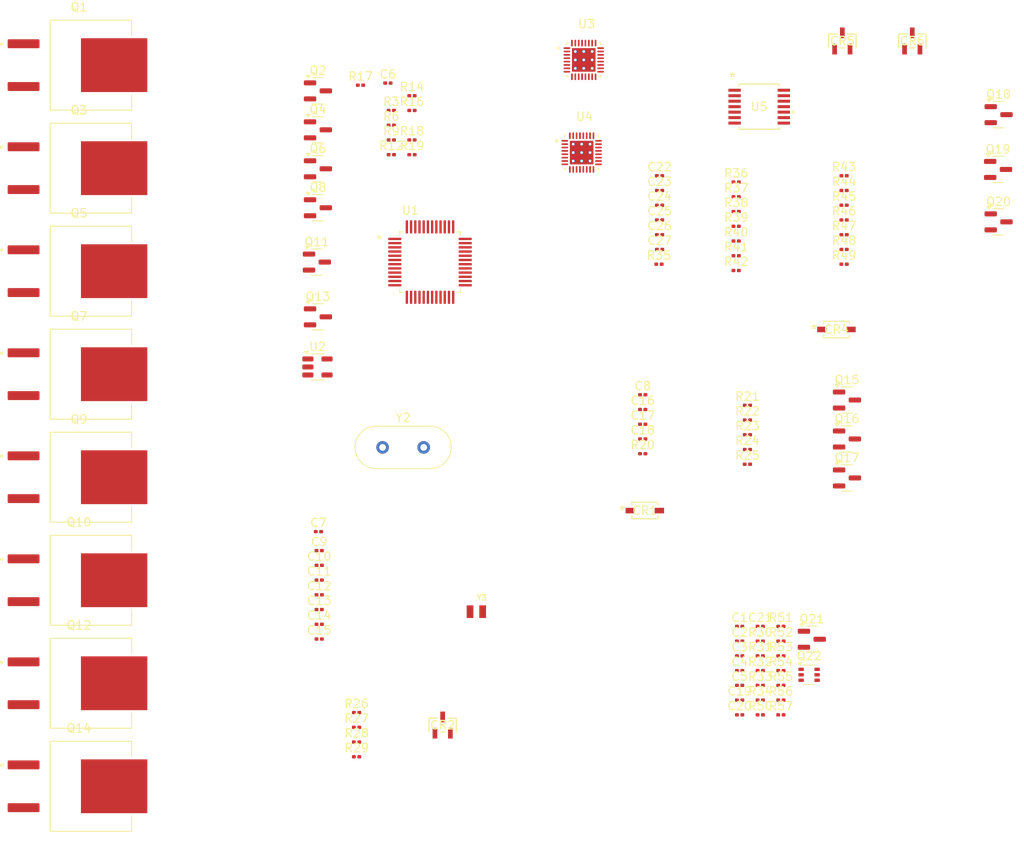
<source format=kicad_pcb>
(kicad_pcb (version 20241229) (generator "pcbnew") (generator_version "9.0")
  (layers (0 "F.Cu" signal) (2 "B.Cu" signal) (13 "F.Paste" user) (15 "B.Paste" user) (5 "F.SilkS" user "F.Silkscreen") (7 "B.SilkS" user "B.Silkscreen") (1 "F.Mask" user) (3 "B.Mask" user) (25 "Edge.Cuts" user))
  (net 0 "")
  (net 1 "Net-(Q2-D)")
  (net 2 "Net-(Q1-Pad4)")
  (net 3 "Net-(Q1-Pad3)")
  (net 4 "Net-(U5-BAT)")
  (net 5 "GND")
  (net 6 "Net-(Q4-D)")
  (net 7 "Net-(Q3-Pad3)")
  (net 8 "Net-(Q3-Pad4)")
  (net 9 "Net-(U5-SRP)")
  (net 10 "Net-(Q5-Pad3)")
  (net 11 "Net-(Q5-Pad4)")
  (net 12 "Net-(Q6-D)")
  (net 13 "Net-(U5-SRN)")
  (net 14 "Net-(Q7-Pad3)")
  (net 15 "Net-(Q7-Pad4)")
  (net 16 "Net-(Q8-D)")
  (net 17 "Net-(Q18-G)")
  (net 18 "Net-(Q10-Pad4)")
  (net 19 "Net-(Q11-D)")
  (net 20 "Net-(Q9-Pad3)")
  (net 22 "Net-(Q11-G)")
  (net 23 "Net-(Q12-Pad4)")
  (net 24 "Net-(Q13-D)")
  (net 25 "Net-(Q12-Pad3)")
  (net 26 "Net-(Q13-G)")
  (net 30 "5V")
  (net 32 "Net-(U2-BP)")
  (net 34 "3.3V")
  (net 41 "Net-(CR5-Pad2)")
  (net 42 "PC14-OSC32_IN")
  (net 43 "PC15-OSC32_OUT")
  (net 44 "PD0-OSC_IN")
  (net 49 "PD1-OSC_OUT")
  (net 52 "Boot1")
  (net 53 "I2C_SDA")
  (net 54 "USART1_TX")
  (net 55 "Net-(CR5-Pad1)")
  (net 56 "Boot0")
  (net 58 "I2C_SCL")
  (net 59 "USART1_RX")
  (net 62 "Reset")
  (net 64 "Net-(CR6-Pad1)")
  (net 65 "PC14-OSC32_OUT")
  (net 69 "Cell Balancer 1")
  (net 72 "PD0-OSC_OUT")
  (net 73 "Net-(J2-Pin_2)")
  (net 74 "Net-(J2-Pin_5)")
  (net 75 "Net-(CR2-Pad1)")
  (net 76 "Net-(BT1-+)")
  (net 77 "Net-(C1-Pad2)")
  (net 78 "REG25")
  (net 79 "Net-(U3-BTST1)")
  (net 80 "Net-(Q16-G)")
  (net 81 "Net-(Q15-D)")
  (net 82 "Net-(Q15-S)")
  (net 83 "Net-(U3-BTST2)")
  (net 84 "Net-(U3-REGN)")
  (net 85 "Net-(U3-ACN)")
  (net 119 "Net-(Q15-G)")
  (net 120 "Net-(U3-ACP)")
  (net 121 "Net-(Q17-D)")
  (net 122 "Net-(Q17-G)")
  (net 123 "Net-(U3-VDDA)")
  (net 124 "Net-(U3-IADPT)")
  (net 125 "Net-(C18-Pad1)")
  (net 126 "Net-(U3-COMP1)")
  (net 127 "Net-(U3-COMP2)")
  (net 128 "Net-(C21-Pad1)")
  (net 129 "Net-(CR2-Pad2)")
  (net 130 "Cell Balancer 2")
  (net 131 "Cell Balancer 3")
  (net 132 "Cell Balancer 4")
  (net 134 "Net-(Q19-G)")
  (net 135 "Net-(Q19-S)")
  (net 136 "Net-(Q19-D)")
  (net 137 "Net-(Q20-D)")
  (net 138 "Net-(Q20-G)")
  (net 139 "Net-(R40-Pad1)")
  (net 140 "Net-(R41-Pad1)")
  (net 141 "Net-(R41-Pad2)")
  (net 142 "Net-(U5-P5{slash}HDQ)")
  (net 143 "Net-(U5-P3{slash}SDA)")
  (net 144 "Net-(U5-P4{slash}SCL)")
  (net 148 "Net-(Q21-D)")
  (net 149 "Net-(Q21-G)")
  (net 153 "Net-(U3-IBAT)")
  (net 154 "/Charge Control/regen")
  (net 155 "Net-(U3-ILIM_HIZ)")
  (net 156 "Net-(U3-CELL_BATPRESZ)")
  (net 157 "VDDA")
  (net 158 "VBUS")
  (net 159 "3.3V or 1.8V")
  (net 160 "Net-(U3-CMPIN)")
  (net 161 "Net-(R34-Pad2)")
  (net 162 "Net-(U3-SDA)")
  (net 163 "Net-(U3-SCL)")
  (net 164 "Net-(U3-CHRG_OK)")
  (net 165 "Net-(U3-CMPOUT)")
  (net 166 "Net-(U3-PSYS)")
  (net 167 "Net-(U3-~{PROCHOT})")
  (net 168 "Host (3.3V or 1.8V)")
  (net 169 "Net-(U3-SRN)")
  (net 170 "Net-(U3-SRP)")
  (net 173 "P2")
  (net 174 "Net-(U5-P6{slash}TS)")
  (net 175 "P1")
  (footprint "Resistor_SMD:R_0201_0603Metric" (layer "F.Cu") (at 114.905 31.75)
    (property "Reference" "R6" (at 0 -1.05 0) (layer "F.SilkS"))
    (property "Value" "R_Small")
    (pad "1" smd roundrect (at -0.32 0) (size 0.46 0.4) (layers "F.Cu" "F.Mask") (net 5 "GND"))
    (pad "2" smd roundrect (at 0.32 0) (size 0.46 0.4) (layers "F.Cu" "F.Mask") (net 130 "Cell Balancer 2"))
  )
  (footprint "Capacitor_SMD:C_0201_0603Metric" (layer "F.Cu") (at 146.75 39.5)
    (property "Reference" "C23" (at 0 -1.05 0) (layer "F.SilkS"))
    (property "Value" "1uF")
    (pad "1" smd roundrect (at -0.32 0) (size 0.46 0.4) (layers "F.Cu" "F.Mask") (net 4 "Net-(U5-BAT)"))
    (pad "2" smd roundrect (at 0.32 0) (size 0.46 0.4) (layers "F.Cu" "F.Mask") (net 5 "GND"))
  )
  (footprint "Resistor_SMD:R_0201_0603Metric" (layer "F.Cu") (at 156.255 101.75)
    (property "Reference" "C20" (at 0 -1.05 0) (layer "F.SilkS"))
    (property "Value" "15p")
    (pad "1" smd roundrect (at -0.32 0) (size 0.46 0.4) (layers "F.Cu" "F.Mask") (net 127 "Net-(U3-COMP2)"))
    (pad "2" smd roundrect (at 0.32 0) (size 0.46 0.4) (layers "F.Cu" "F.Mask") (net 5 "GND"))
  )
  (footprint "Resistor_SMD:R_0201_0603Metric" (layer "F.Cu") (at 158.705 93)
    (property "Reference" "R30" (at 0 -1.05 0) (layer "F.SilkS"))
    (property "Value" "40.2k")
    (pad "1" smd roundrect (at -0.32 0) (size 0.46 0.4) (layers "F.Cu" "F.Mask") (net 126 "Net-(U3-COMP1)"))
    (pad "2" smd roundrect (at 0.32 0) (size 0.46 0.4) (layers "F.Cu" "F.Mask") (net 125 "Net-(C18-Pad1)"))
  )
  (footprint "Resistor_SMD:R_0201_0603Metric" (layer "F.Cu") (at 161.155 93)
    (property "Reference" "R52" (at 0 -1.05 0) (layer "F.SilkS"))
    (property "Value" "10k")
    (pad "1" smd roundrect (at -0.32 0) (size 0.46 0.4) (layers "F.Cu" "F.Mask") (net 165 "Net-(U3-CMPOUT)"))
    (pad "2" smd roundrect (at 0.32 0) (size 0.46 0.4) (layers "F.Cu" "F.Mask") (net 161 "Net-(R34-Pad2)"))
  )
  (footprint "Package_TO_SOT_SMD:SOT-23" (layer "F.Cu") (at 186.9375 37)
    (property "Reference" "Q19" (at 0 -2.4 0) (layer "F.SilkS"))
    (property "Value" "BSS84")
    (pad "1" smd roundrect (at -0.9375 -0.95) (size 1.475 0.6) (layers "F.Cu" "F.Mask" "F.Paste") (net 134 "Net-(Q19-G)"))
    (pad "2" smd roundrect (at -0.9375 0.95) (size 1.475 0.6) (layers "F.Cu" "F.Mask" "F.Paste") (net 135 "Net-(Q19-S)"))
    (pad "3" smd roundrect (at 0.9375 0) (size 1.475 0.6) (layers "F.Cu" "F.Mask" "F.Paste") (net 136 "Net-(Q19-D)"))
  )
  (footprint "Resistor_SMD:R_0201_0603Metric" (layer "F.Cu") (at 157.18 72)
    (property "Reference" "R25" (at 0 -1.05 0) (layer "F.SilkS"))
    (property "Value" "R")
    (pad "1" smd roundrect (at -0.32 0) (size 0.46 0.4) (layers "F.Cu" "F.Mask") (net 156 "Net-(U3-CELL_BATPRESZ)"))
    (pad "2" smd roundrect (at 0.32 0) (size 0.46 0.4) (layers "F.Cu" "F.Mask") (net 5 "GND"))
  )
  (footprint "Package_TO_SOT_SMD:SOT-23" (layer "F.Cu") (at 169 69)
    (property "Reference" "Q16" (at 0 -2.4 0) (layer "F.SilkS"))
    (property "Value" "2N7002")
    (pad "1" smd roundrect (at -0.9375 -0.95) (size 1.475 0.6) (layers "F.Cu" "F.Mask" "F.Paste") (net 80 "Net-(Q16-G)"))
    (pad "2" smd roundrect (at -0.9375 0.95) (size 1.475 0.6) (layers "F.Cu" "F.Mask" "F.Paste") (net 5 "GND"))
    (pad "3" smd roundrect (at 0.9375 0) (size 1.475 0.6) (layers "F.Cu" "F.Mask" "F.Paste") (net 81 "Net-(Q15-D)"))
  )
  (footprint "Capacitor_SMD:C_0201_0603Metric" (layer "F.Cu") (at 106.345 85.75)
    (property "Reference" "C11" (at 0 -1.05 0) (layer "F.SilkS"))
    (property "Value" "0.1uF")
    (pad "1" smd roundrect (at -0.32 0) (size 0.46 0.4) (layers "F.Cu" "F.Mask") (net 34 "3.3V"))
    (pad "2" smd roundrect (at 0.32 0) (size 0.46 0.4) (layers "F.Cu" "F.Mask") (net 5 "GND"))
  )
  (footprint "Resistor_SMD:R_0201_0603Metric" (layer "F.Cu") (at 168.655 44.75)
    (property "Reference" "R47" (at 0 -1.05 0) (layer "F.SilkS"))
    (property "Value" "R_Small")
    (pad "1" smd roundrect (at -0.32 0) (size 0.46 0.4) (layers "F.Cu" "F.Mask") (net 41 "Net-(CR5-Pad2)"))
    (pad "2" smd roundrect (at 0.32 0) (size 0.46 0.4) (layers "F.Cu" "F.Mask"))
  )
  (footprint "Resistor_SMD:R_0201_0603Metric" (layer "F.Cu") (at 161.155 101.75)
    (property "Reference" "R57" (at 0 -1.05 0) (layer "F.SilkS"))
    (property "Value" "R")
    (pad "1" smd roundrect (at -0.32 0) (size 0.46 0.4) (layers "F.Cu" "F.Mask") (net 76 "Net-(BT1-+)"))
    (pad "2" smd roundrect (at 0.32 0) (size 0.46 0.4) (layers "F.Cu" "F.Mask") (net 170 "Net-(U3-SRP)"))
  )
  (footprint "Resistor_SMD:R_0201_0603Metric" (layer "F.Cu") (at 155.845 47.25)
    (property "Reference" "R41" (at 0 -1.05 0) (layer "F.SilkS"))
    (property "Value" "R_Small")
    (pad "1" smd roundrect (at -0.32 0) (size 0.46 0.4) (layers "F.Cu" "F.Mask") (net 140 "Net-(R41-Pad1)"))
    (pad "2" smd roundrect (at 0.32 0) (size 0.46 0.4) (layers "F.Cu" "F.Mask") (net 141 "Net-(R41-Pad2)"))
  )
  (footprint "Package_TO_SOT_SMD:SOT-23" (layer "F.Cu") (at 187 43.225)
    (property "Reference" "Q20" (at 0 -2.4 0) (layer "F.SilkS"))
    (property "Value" "2N7002")
    (pad "1" smd roundrect (at -0.9375 -0.95) (size 1.475 0.6) (layers "F.Cu" "F.Mask" "F.Paste") (net 138 "Net-(Q20-G)"))
    (pad "2" smd roundrect (at -0.9375 0.95) (size 1.475 0.6) (layers "F.Cu" "F.Mask" "F.Paste") (net 5 "GND"))
    (pad "3" smd roundrect (at 0.9375 0) (size 1.475 0.6) (layers "F.Cu" "F.Mask" "F.Paste") (net 137 "Net-(Q20-D)"))
  )
  (footprint "Package_TO_SOT_SMD:SOT-363_SC-70-6" (layer "F.Cu") (at 164.505 96.995)
    (property "Reference" "Q22" (at 0 -2.25 0) (layer "F.SilkS"))
    (property "Value" "BSD235C")
    (pad "1" smd roundrect (at -0.95 -0.65) (size 0.65 0.4) (layers "F.Cu" "F.Mask" "F.Paste"))
    (pad "2" smd roundrect (at -0.95 0) (size 0.65 0.4) (layers "F.Cu" "F.Mask" "F.Paste"))
    (pad "3" smd roundrect (at -0.95 0.65) (size 0.65 0.4) (layers "F.Cu" "F.Mask" "F.Paste"))
    (pad "4" smd roundrect (at 0.95 0.65) (size 0.65 0.4) (layers "F.Cu" "F.Mask" "F.Paste"))
    (pad "5" smd roundrect (at 0.95 0) (size 0.65 0.4) (layers "F.Cu" "F.Mask" "F.Paste"))
    (pad "6" smd roundrect (at 0.95 -0.65) (size 0.65 0.4) (layers "F.Cu" "F.Mask" "F.Paste"))
  )
  (footprint "Package_TO_SOT_SMD:SOT-23" (layer "F.Cu") (at 106.195 27.675)
    (property "Reference" "Q2" (at 0 -2.4 0) (layer "F.SilkS"))
    (property "Value" "2N7002")
    (pad "1" smd roundrect (at -0.9375 -0.95) (size 1.475 0.6) (layers "F.Cu" "F.Mask" "F.Paste") (net 69 "Cell Balancer 1"))
    (pad "2" smd roundrect (at -0.9375 0.95) (size 1.475 0.6) (layers "F.Cu" "F.Mask" "F.Paste") (net 5 "GND"))
    (pad "3" smd roundrect (at 0.9375 0) (size 1.475 0.6) (layers "F.Cu" "F.Mask" "F.Paste") (net 1 "Net-(Q2-D)"))
  )
  (footprint "Resistor_SMD:R_0201_0603Metric" (layer "F.Cu") (at 168.655 48.25)
    (property "Reference" "R49" (at 0 -1.05 0) (layer "F.SilkS"))
    (property "Value" "R_Small")
    (pad "1" smd roundrect (at -0.32 0) (size 0.46 0.4) (layers "F.Cu" "F.Mask") (net 64 "Net-(CR6-Pad1)"))
    (pad "2" smd roundrect (at 0.32 0) (size 0.46 0.4) (layers "F.Cu" "F.Mask"))
  )
  (footprint "AZ23C5V6-7-F:DIODE3_AZ23C5V6-7-F_DIO" (layer "F.Cu") (at 121 102.9652)
    (property "Reference" "CR2" (at 0 0 0) (layer "F.SilkS"))
    (property "Value" "AZ23C5V6-7-F")
    (pad "1" smd rect (at -0.914999 0.9652) (size 0.5588 1.27) (layers "F.Cu" "F.Mask" "F.Paste") (net 75 "Net-(CR2-Pad1)"))
    (pad "2" smd rect (at 0.914999 0.9652) (size 0.5588 1.27) (layers "F.Cu" "F.Mask" "F.Paste") (net 129 "Net-(CR2-Pad2)"))
    (pad "3" smd rect (at 0 -0.9652) (size 0.5588 1.27) (layers "F.Cu" "F.Mask" "F.Paste") (net 5 "GND"))
  )
  (footprint "IRF9540NSTRLPBF:DPAK254P1524X483-4_3N" (layer "F.Cu") (at 77.65 49.08)
    (property "Reference" "Q5" (at 0.175 -6.885 0) (layer "F.SilkS"))
    (property "Value" "IRF9540NSTRLPBF")
    (pad "1" smd roundrect (at -6.4 -2.54) (size 3.78 1.06) (layers "F.Cu" "F.Mask" "F.Paste") (roundrect_rratio 0.125) (net 12 "Net-(Q6-D)"))
    (pad "3" smd roundrect (at -6.4 2.54) (size 3.78 1.06) (layers "F.Cu" "F.Mask" "F.Paste") (roundrect_rratio 0.125) (net 10 "Net-(Q5-Pad3)"))
    (pad "4" smd rect (at 4.35 0) (size 7.88 6.39) (layers "F.Cu" "F.Mask") (net 11 "Net-(Q5-Pad4)"))
  )
  (footprint "Package_TO_SOT_SMD:SOT-23" (layer "F.Cu") (at 106.195 41.55)
    (property "Reference" "Q8" (at 0 -2.4 0) (layer "F.SilkS"))
    (property "Value" "2N7002")
    (pad "1" smd roundrect (at -0.9375 -0.95) (size 1.475 0.6) (layers "F.Cu" "F.Mask" "F.Paste") (net 132 "Cell Balancer 4"))
    (pad "2" smd roundrect (at -0.9375 0.95) (size 1.475 0.6) (layers "F.Cu" "F.Mask" "F.Paste") (net 5 "GND"))
    (pad "3" smd roundrect (at 0.9375 0) (size 1.475 0.6) (layers "F.Cu" "F.Mask" "F.Paste") (net 16 "Net-(Q8-D)"))
  )
  (footprint "AZ23C5V6-7-F:DIODE3_AZ23C5V6-7-F_DIO" (layer "F.Cu") (at 168.448799 21.75)
    (property "Reference" "CR5" (at 0 0 0) (layer "F.SilkS"))
    (property "Value" "AZ23C5V6-7-F")
    (pad "1" smd rect (at -0.914999 0.9652) (size 0.5588 1.27) (layers "F.Cu" "F.Mask" "F.Paste") (net 55 "Net-(CR5-Pad1)"))
    (pad "2" smd rect (at 0.914999 0.9652) (size 0.5588 1.27) (layers "F.Cu" "F.Mask" "F.Paste") (net 41 "Net-(CR5-Pad2)"))
    (pad "3" smd rect (at 0 -0.9652) (size 0.5588 1.27) (layers "F.Cu" "F.Mask" "F.Paste") (net 5 "GND"))
  )
  (footprint "Resistor_SMD:R_0201_0603Metric" (layer "F.Cu") (at 155.845 38.5)
    (property "Reference" "R36" (at 0 -1.05 0) (layer "F.SilkS"))
    (property "Value" "R_Small")
    (pad "1" smd roundrect (at -0.32 0) (size 0.46 0.4) (layers "F.Cu" "F.Mask") (net 134 "Net-(Q19-G)"))
    (pad "2" smd roundrect (at 0.32 0) (size 0.46 0.4) (layers "F.Cu" "F.Mask") (net 135 "Net-(Q19-S)"))
  )
  (footprint "BZT52C5V6T:ZDO_SOD123_DIO" (layer "F.Cu") (at 167.75 56)
    (property "Reference" "CR4" (at 0 0 0) (layer "F.SilkS"))
    (property "Value" "BZT52C5V6T-7")
    (fp_text user "*" (at -2.667 0 0) (layer "F.SilkS"))
    (fp_text user "*" (at -2.667 0 0) (layer "F.SilkS"))
    (pad "1" smd rect (at -1.7272 0) (size 1.1176 0.6604) (layers "F.Cu" "F.Mask" "F.Paste") (net 17 "Net-(Q18-G)"))
    (pad "2" smd rect (at 1.7272 0) (size 1.1176 0.6604) (layers "F.Cu" "F.Mask" "F.Paste") (net 5 "GND"))
  )
  (footprint "Resistor_SMD:R_0201_0603Metric" (layer "F.Cu") (at 168.655 37.75)
    (property "Reference" "R43" (at 0 -1.05 0) (layer "F.SilkS"))
    (property "Value" "R_Small")
    (pad "1" smd roundrect (at -0.32 0) (size 0.46 0.4) (layers "F.Cu" "F.Mask") (net 13 "Net-(U5-SRN)"))
    (pad "2" smd roundrect (at 0.32 0) (size 0.46 0.4) (layers "F.Cu" "F.Mask") (net 141 "Net-(R41-Pad2)"))
  )
  (footprint "Resistor_SMD:R_0201_0603Metric" (layer "F.Cu") (at 156.255 100)
    (property "Reference" "C19" (at 0 -1.05 0) (layer "F.SilkS"))
    (property "Value" "33p")
    (pad "1" smd roundrect (at -0.32 0) (size 0.46 0.4) (layers "F.Cu" "F.Mask") (net 126 "Net-(U3-COMP1)"))
    (pad "2" smd roundrect (at 0.32 0) (size 0.46 0.4) (layers "F.Cu" "F.Mask") (net 5 "GND"))
  )
  (footprint "Capacitor_SMD:C_0201_0603Metric" (layer "F.Cu") (at 146.75 44.75)
    (property "Reference" "C26" (at 0 -1.05 0) (layer "F.SilkS"))
    (property "Value" "0.1uF")
    (pad "1" smd roundrect (at -0.32 0) (size 0.46 0.4) (layers "F.Cu" "F.Mask") (net 5 "GND"))
    (pad "2" smd roundrect (at 0.32 0) (size 0.46 0.4) (layers "F.Cu" "F.Mask") (net 13 "Net-(U5-SRN)"))
  )
  (footprint "Capacitor_SMD:C_0201_0603Metric" (layer "F.Cu") (at 106.345 91)
    (property "Reference" "C14" (at 0 -1.05 0) (layer "F.SilkS"))
    (property "Value" "20pF")
    (pad "1" smd roundrect (at -0.32 0) (size 0.46 0.4) (layers "F.Cu" "F.Mask") (net 44 "PD0-OSC_IN"))
    (pad "2" smd roundrect (at 0.32 0) (size 0.46 0.4) (layers "F.Cu" "F.Mask") (net 5 "GND"))
  )
  (footprint "Capacitor_SMD:C_0201_0603Metric" (layer "F.Cu") (at 146.75 41.25)
    (property "Reference" "C24" (at 0 -1.05 0) (layer "F.SilkS"))
    (property "Value" "1uF")
    (pad "1" smd roundrect (at -0.32 0) (size 0.46 0.4) (layers "F.Cu" "F.Mask") (net 78 "REG25"))
    (pad "2" smd roundrect (at 0.32 0) (size 0.46 0.4) (layers "F.Cu" "F.Mask") (net 5 "GND"))
  )
  (footprint "Resistor_SMD:R_0201_0603Metric" (layer "F.Cu") (at 114.905 30)
    (property "Reference" "R3" (at 0 -1.05 0) (layer "F.SilkS"))
    (property "Value" "R_Small")
    (pad "1" smd roundrect (at -0.32 0) (size 0.46 0.4) (layers "F.Cu" "F.Mask") (net 5 "GND"))
    (pad "2" smd roundrect (at 0.32 0) (size 0.46 0.4) (layers "F.Cu" "F.Mask") (net 69 "Cell Balancer 1"))
  )
  (footprint "Resistor_SMD:R_0201_0603Metric" (layer "F.Cu") (at 144.75 70.75)
    (property "Reference" "R20" (at 0 -1.05 0) (layer "F.SilkS"))
    (property "Value" "R")
    (pad "1" smd roundrect (at -0.32 0) (size 0.46 0.4) (layers "F.Cu" "F.Mask") (net 153 "Net-(U3-IBAT)"))
    (pad "2" smd roundrect (at 0.32 0) (size 0.46 0.4) (layers "F.Cu" "F.Mask") (net 5 "GND"))
  )
  (footprint "Resistor_SMD:R_0201_0603Metric" (layer "F.Cu") (at 168.655 41.25)
    (property "Reference" "R45" (at 0 -1.05 0) (layer "F.SilkS"))
    (property "Value" "R_Small")
    (pad "1" smd roundrect (at -0.32 0) (size 0.46 0.4) (layers "F.Cu" "F.Mask") (net 143 "Net-(U5-P3{slash}SDA)"))
    (pad "2" smd roundrect (at 0.32 0) (size 0.46 0.4) (layers "F.Cu" "F.Mask") (net 41 "Net-(CR5-Pad2)"))
  )
  (footprint "Resistor_SMD:R_0201_0603Metric" (layer "F.Cu") (at 158.705 98.25)
    (property "Reference" "R33" (at 0 -1.05 0) (layer "F.SilkS"))
    (property "Value" "1k")
    (pad "1" smd roundrect (at -0.32 0) (size 0.46 0.4) (layers "F.Cu" "F.Mask") (net 5 "GND"))
    (pad "2" smd roundrect (at 0.32 0) (size 0.46 0.4) (layers "F.Cu" "F.Mask") (net 160 "Net-(U3-CMPIN)"))
  )
  (footprint "Capacitor_SMD:C_0201_0603Metric" (layer "F.Cu") (at 146.75 37.75)
    (property "Reference" "C22" (at 0 -1.05 0) (layer "F.SilkS"))
    (property "Value" "1uF")
    (pad "1" smd roundrect (at -0.32 0) (size 0.46 0.4) (layers "F.Cu" "F.Mask") (net 78 "REG25"))
    (pad "2" smd roundrect (at 0.32 0) (size 0.46 0.4) (layers "F.Cu" "F.Mask") (net 5 "GND"))
  )
  (footprint "Package_TO_SOT_SMD:SOT-23" (layer "F.Cu") (at 106.195 54.5)
    (property "Reference" "Q13" (at 0 -2.4 0) (layer "F.SilkS"))
    (property "Value" "2N7002")
    (pad "1" smd roundrect (at -0.9375 -0.95) (size 1.475 0.6) (layers "F.Cu" "F.Mask" "F.Paste") (net 26 "Net-(Q13-G)"))
    (pad "2" smd roundrect (at -0.9375 0.95) (size 1.475 0.6) (layers "F.Cu" "F.Mask" "F.Paste") (net 5 "GND"))
    (pad "3" smd roundrect (at 0.9375 0) (size 1.475 0.6) (layers "F.Cu" "F.Mask" "F.Paste") (net 24 "Net-(Q13-D)"))
  )
  (footprint "Resistor_SMD:R_0201_0603Metric" (layer "F.Cu") (at 110.781201 103.2294)
    (property "Reference" "R27" (at 0 -1.05 0) (layer "F.SilkS"))
    (property "Value" "R")
    (pad "1" smd roundrect (at -0.32 0) (size 0.46 0.4) (layers "F.Cu" "F.Mask") (net 158 "VBUS"))
    (pad "2" smd roundrect (at 0.32 0) (size 0.46 0.4) (layers "F.Cu" "F.Mask") (net 82 "Net-(Q15-S)"))
  )
  (footprint "Resistor_SMD:R_0201_0603Metric" (layer "F.Cu") (at 168.655 43)
    (property "Reference" "R46" (at 0 -1.05 0) (layer "F.SilkS"))
    (property "Value" "R_Small")
    (pad "1" smd roundrect (at -0.32 0) (size 0.46 0.4) (layers "F.Cu" "F.Mask") (net 55 "Net-(CR5-Pad1)"))
    (pad "2" smd roundrect (at 0.32 0) (size 0.46 0.4) (layers "F.Cu" "F.Mask") (net 144 "Net-(U5-P4{slash}SCL)"))
  )
  (footprint "Resistor_SMD:R_0201_0603Metric" (layer "F.Cu") (at 161.155 98.25)
    (property "Reference" "R55" (at 0 -1.05 0) (layer "F.SilkS"))
    (property "Value" "R")
    (pad "1" smd roundrect (at -0.32 0) (size 0.46 0.4) (layers "F.Cu" "F.Mask") (net 77 "Net-(C1-Pad2)"))
    (pad "2" smd roundrect (at 0.32 0) (size 0.46 0.4) (layers "F.Cu" "F.Mask") (net 169 "Net-(U3-SRN)"))
  )
  (footprint "Package_TO_SOT_SMD:SOT-23" (layer "F.Cu") (at 169 73.625)
    (property "Reference" "Q17" (at 0 -2.4 0) (layer "F.SilkS"))
    (property "Value" "2N7002")
    (pad "1" smd roundrect (at -0.9375 -0.95) (size 1.475 0.6) (layers "F.Cu" "F.Mask" "F.Paste") (net 122 "Net-(Q17-G)"))
    (pad "2" smd roundrect (at -0.9375 0.95) (size 1.475 0.6) (layers "F.Cu" "F.Mask" "F.Paste") (net 5 "GND"))
    (pad "3" smd roundrect (at 0.9375 0) (size 1.475 0.6) (layers "F.Cu" "F.Mask" "F.Paste") (net 121 "Net-(Q17-D)"))
  )
  (footprint "Capacitor_SMD:C_0201_0603Metric" (layer "F.Cu") (at 106.345 92.75)
    (property "Reference" "C15" (at 0 -1.05 0) (layer "F.SilkS"))
    (property "Value" "20pF")
    (pad "1" smd roundrect (at -0.32 0) (size 0.46 0.4) (layers "F.Cu" "F.Mask") (net 49 "PD1-OSC_OUT"))
    (pad "2" smd roundrect (at 0.32 0) (size 0.46 0.4) (layers "F.Cu" "F.Mask") (net 5 "GND"))
  )
  (footprint "Resistor_SMD:R_0201_0603Metric" (layer "F.Cu") (at 157.18 66.75)
    (property "Reference" "R22" (at 0 -1.05 0) (layer "F.SilkS"))
    (property "Value" "R")
    (pad "1" smd roundrect (at -0.32 0) (size 0.46 0.4) (layers "F.Cu" "F.Mask") (net 124 "Net-(U3-IADPT)"))
    (pad "2" smd roundrect (at 0.32 0) (size 0.46 0.4) (layers "F.Cu" "F.Mask") (net 5 "GND"))
  )
  (footprint "Capacitor_SMD:C_0201_0603Metric" (layer "F.Cu") (at 106.345 84)
    (property "Reference" "C10" (at 0 -1.05 0) (layer "F.SilkS"))
    (property "Value" "10uF")
    (pad "1" smd roundrect (at -0.32 0) (size 0.46 0.4) (layers "F.Cu" "F.Mask") (net 34 "3.3V"))
    (pad "2" smd roundrect (at 0.32 0) (size 0.46 0.4) (layers "F.Cu" "F.Mask") (net 5 "GND"))
  )
  (footprint "Package_TO_SOT_SMD:SOT-23" (layer "F.Cu") (at 187 30.5)
    (property "Reference" "Q18" (at 0 -2.4 0) (layer "F.SilkS"))
    (property "Value" "2N7002")
    (pad "1" smd roundrect (at -0.9375 -0.95) (size 1.475 0.6) (layers "F.Cu" "F.Mask" "F.Paste") (net 17 "Net-(Q18-G)"))
    (pad "2" smd roundrect (at -0.9375 0.95) (size 1.475 0.6) (layers "F.Cu" "F.Mask" "F.Paste") (net 78 "REG25"))
    (pad "3" smd roundrect (at 0.9375 0) (size 1.475 0.6) (layers "F.Cu" "F.Mask" "F.Paste"))
  )
  (footprint "Resistor_SMD:R_0201_0603Metric" (layer "F.Cu") (at 110.781201 104.9794)
    (property "Reference" "R28" (at 0 -1.05 0) (layer "F.SilkS"))
    (property "Value" "380k")
    (pad "1" smd roundrect (at -0.32 0) (size 0.46 0.4) (layers "F.Cu" "F.Mask") (net 155 "Net-(U3-ILIM_HIZ)"))
    (pad "2" smd roundrect (at 0.32 0) (size 0.46 0.4) (layers "F.Cu" "F.Mask") (net 123 "Net-(U3-VDDA)"))
  )
  (footprint "Resistor_SMD:R_0201_0603Metric" (layer "F.Cu") (at 144.75 63.75)
    (property "Reference" "C8" (at 0 -1.05 0) (layer "F.SilkS"))
    (property "Value" "C")
    (pad "1" smd roundrect (at -0.32 0) (size 0.46 0.4) (layers "F.Cu" "F.Mask") (net 5 "GND"))
    (pad "2" smd roundrect (at 0.32 0) (size 0.46 0.4) (layers "F.Cu" "F.Mask") (net 85 "Net-(U3-ACN)"))
  )
  (footprint "Resistor_SMD:R_0201_0603Metric" (layer "F.Cu") (at 168.655 39.5)
    (property "Reference" "R44" (at 0 -1.05 0) (layer "F.SilkS"))
    (property "Value" "R_Small")
    (pad "1" smd roundrect (at -0.32 0) (size 0.46 0.4) (layers "F.Cu" "F.Mask") (net 142 "Net-(U5-P5{slash}HDQ)"))
    (pad "2" smd roundrect (at 0.32 0) (size 0.46 0.4) (layers "F.Cu" "F.Mask") (net 64 "Net-(CR6-Pad1)"))
  )
  (footprint "CM8V-T1A-32.768KHZ:XTAL_CM8V-T1A-32.768KHZ-12.5PF-20PPM-TA-QA" (layer "F.Cu") (at 125 89.5)
    (property "Reference" "Y3" (at 0.632 -1.6564 0) (layer "F.SilkS") (effects (font (size 0.64 0.64))))
    (property "Value" "CM8V-T1A-32.768KHZ-12.5PF-20PPM-TA-QA")
    (pad "1" smd rect (at -0.75 0) (size 0.8 1.5) (layers "F.Cu" "F.Mask" "F.Paste") (net 43 "PC15-OSC32_OUT"))
    (pad "2" smd rect (at 0.75 0) (size 0.8 1.5) (layers "F.Cu" "F.Mask" "F.Paste") (net 42 "PC14-OSC32_IN"))
  )
  (footprint "Capacitor_SMD:C_0201_0603Metric" (layer "F.Cu") (at 144.75 65.5)
    (property "Reference" "C16" (at 0 -1.05 0) (layer "F.SilkS"))
    (property "Value" "C")
    (pad "1" smd roundrect (at -0.32 0) (size 0.46 0.4) (layers "F.Cu" "F.Mask") (net 123 "Net-(U3-VDDA)"))
    (pad "2" smd roundrect (at 0.32 0) (size 0.46 0.4) (layers "F.Cu" "F.Mask") (net 5 "GND"))
  )
  (footprint "Package_TO_SOT_SMD:SOT-23" (layer "F.Cu") (at 106.195 32.3)
    (property "Reference" "Q4" (at 0 -2.4 0) (layer "F.SilkS"))
    (property "Value" "2N7002")
    (pad "1" smd roundrect (at -0.9375 -0.95) (size 1.475 0.6) (layers "F.Cu" "F.Mask" "F.Paste") (net 130 "Cell Balancer 2"))
    (pad "2" smd roundrect (at -0.9375 0.95) (size 1.475 0.6) (layers "F.Cu" "F.Mask" "F.Paste") (net 5 "GND"))
    (pad "3" smd roundrect (at 0.9375 0) (size 1.475 0.6) (layers "F.Cu" "F.Mask" "F.Paste") (net 6 "Net-(Q4-D)"))
  )
  (footprint "Resistor_SMD:R_0201_0603Metric" (layer "F.Cu") (at 157.18 65)
    (property "Reference" "R21" (at 0 -1.05 0) (layer "F.SilkS"))
    (property "Value" "10")
    (pad "1" smd roundrect (at -0.32 0) (size 0.46 0.4) (layers "F.Cu" "F.Mask") (net 154 "/Charge Control/regen"))
    (pad "2" smd roundrect (at 0.32 0) (size 0.46 0.4) (layers "F.Cu" "F.Mask") (net 123 "Net-(U3-VDDA)"))
  )
  (footprint "Capacitor_SMD:C_0201_0603Metric" (layer "F.Cu") (at 106.345 89.25)
    (property "Reference" "C13" (at 0 -1.05 0) (layer "F.SilkS"))
    (property "Value" "20pF")
    (pad "1" smd roundrect (at -0.32 0) (size 0.46 0.4) (layers "F.Cu" "F.Mask") (net 5 "GND"))
    (pad "2" smd roundrect (at 0.32 0) (size 0.46 0.4) (layers "F.Cu" "F.Mask") (net 43 "PC15-OSC32_OUT"))
  )
  (footprint "Resistor_SMD:R_0201_0603Metric" (layer "F.Cu") (at 157.18 70.25)
    (property "Reference" "R24" (at 0 -1.05 0) (layer "F.SilkS"))
    (property "Value" "R")
    (pad "1" smd roundrect (at -0.32 0) (size 0.46 0.4) (layers "F.Cu" "F.Mask") (net 157 "VDDA"))
    (pad "2" smd roundrect (at 0.32 0) (size 0.46 0.4) (layers "F.Cu" "F.Mask") (net 156 "Net-(U3-CELL_BATPRESZ)"))
  )
  (footprint "BQ25730RSNR:IC_BQ25730RSNR" (layer "F.Cu") (at 137.75 24)
    (property "Reference" "U3" (at 0.34 -4.27 0) (layer "F.SilkS"))
    (property "Value" "BQ25730RSNR")
    (pad "1" smd oval (at -2 -1.4) (size 0.8 0.2) (layers "F.Cu" "F.Mask" "F.Paste") (net 158 "VBUS"))
    (pad "2" smd oval (at -2 -1) (size 0.8 0.2) (layers "F.Cu" "F.Mask" "F.Paste") (net 85 "Net-(U3-ACN)"))
    (pad "3" smd oval (at -2 -0.6) (size 0.8 0.2) (layers "F.Cu" "F.Mask" "F.Paste") (net 120 "Net-(U3-ACP)"))
    (pad "4" smd oval (at -2 -0.2) (size 0.8 0.2) (layers "F.Cu" "F.Mask" "F.Paste") (net 164 "Net-(U3-CHRG_OK)"))
    (pad "5" smd oval (at -2 0.2) (size 0.8 0.2) (layers "F.Cu" "F.Mask" "F.Paste"))
    (pad "6" smd oval (at -2 0.6) (size 0.8 0.2) (layers "F.Cu" "F.Mask" "F.Paste") (net 155 "Net-(U3-ILIM_HIZ)"))
    (pad "7" smd oval (at -2 1) (size 0.8 0.2) (layers "F.Cu" "F.Mask" "F.Paste") (net 123 "Net-(U3-VDDA)"))
    (pad "8" smd oval (at -2 1.4) (size 0.8 0.2) (layers "F.Cu" "F.Mask" "F.Paste") (net 124 "Net-(U3-IADPT)"))
    (pad "9" smd oval (at -1.4 2) (size 0.2 0.8) (layers "F.Cu" "F.Mask" "F.Paste") (net 153 "Net-(U3-IBAT)"))
    (pad "10" smd oval (at -1 2) (size 0.2 0.8) (layers "F.Cu" "F.Mask" "F.Paste") (net 166 "Net-(U3-PSYS)"))
    (pad "11" smd oval (at -0.6 2) (size 0.2 0.8) (layers "F.Cu" "F.Mask" "F.Paste") (net 167 "Net-(U3-~{PROCHOT})"))
    (pad "12" smd oval (at -0.2 2) (size 0.2 0.8) (layers "F.Cu" "F.Mask" "F.Paste") (net 162 "Net-(U3-SDA)"))
    (pad "13" smd oval (at 0.2 2) (size 0.2 0.8) (layers "F.Cu" "F.Mask" "F.Paste") (net 163 "Net-(U3-SCL)"))
    (pad "14" smd oval (at 0.6 2) (size 0.2 0.8) (layers "F.Cu" "F.Mask" "F.Paste") (net 160 "Net-(U3-CMPIN)"))
    (pad "15" smd oval (at 1 2) (size 0.2 0.8) (layers "F.Cu" "F.Mask" "F.Paste") (net 165 "Net-(U3-CMPOUT)"))
    (pad "16" smd oval (at 1.4 2) (size 0.2 0.8) (layers "F.Cu" "F.Mask" "F.Paste") (net 126 "Net-(U3-COMP1)"))
    (pad "17" smd oval (at 2 1.4) (size 0.8 0.2) (layers "F.Cu" "F.Mask" "F.Paste") (net 127 "Net-(U3-COMP2)"))
    (pad "18" smd oval (at 2 1) (size 0.8 0.2) (layers "F.Cu" "F.Mask" "F.Paste") (net 156 "Net-(U3-CELL_BATPRESZ)"))
    (pad "19" smd oval (at 2 0.6) (size 0.8 0.2) (layers "F.Cu" "F.Mask" "F.Paste") (net 169 "Net-(U3-SRN)"))
    (pad "20" smd oval (at 2 0.2) (size 0.8 0.2) (layers "F.Cu" "F.Mask" "F.Paste") (net 170 "Net-(U3-SRP)"))
    (pad "21" smd oval (at 2 -0.2) (size 0.8 0.2) (layers "F.Cu" "F.Mask" "F.Paste"))
    (pad "22" smd oval (at 2 -0.6) (size 0.8 0.2) (layers "F.Cu" "F.Mask" "F.Paste") (net 148 "Net-(Q21-D)"))
    (pad "23" smd oval (at 2 -1) (size 0.8 0.2) (layers "F.Cu" "F.Mask" "F.Paste") (net 121 "Net-(Q17-D)"))
    (pad "24" smd oval (at 2 -1.4) (size 0.8 0.2) (layers "F.Cu" "F.Mask" "F.Paste") (net 149 "Net-(Q21-G)"))
    (pad "25" smd oval (at 1.4 -2) (size 0.2 0.8) (layers "F.Cu" "F.Mask" "F.Paste") (net 83 "Net-(U3-BTST2)"))
    (pad "26" smd oval (at 1 -2) (size 0.2 0.8) (layers "F.Cu" "F.Mask" "F.Paste") (net 122 "Net-(Q17-G)"))
    (pad "27" smd oval (at 0.6 -2) (size 0.2 0.8) (layers "F.Cu" "F.Mask" "F.Paste") (net 5 "GND"))
    (pad "28" smd oval (at 0.2 -2) (size 0.2 0.8) (layers "F.Cu" "F.Mask" "F.Paste") (net 84 "Net-(U3-REGN)"))
    (pad "29" smd oval (at -0.2 -2) (size 0.2 0.8) (layers "F.Cu" "F.Mask" "F.Paste") (net 80 "Net-(Q16-G)"))
    (pad "30" smd oval (at -0.6 -2) (size 0.2 0.8) (layers "F.Cu" "F.Mask" "F.Paste") (net 79 "Net-(U3-BTST1)"))
    (pad "31" smd oval (at -1 -2) (size 0.2 0.8) (layers "F.Cu" "F.Mask" "F.Paste") (net 119 "Net-(Q15-G)"))
    (pad "32" smd oval (at -1.4 -2) (size 0.2 0.8) (layers "F.Cu" "F.Mask" "F.Paste") (net 81 "Net-(Q15-D)"))
    (pad "33" smd rect (at 0 0) (size 2.8 2.8) (layers "F.Cu" "F.Mask") (net 5 "GND"))
    (pad "34" thru_hole circle (at -1 -1) (size 0.4 0.4) (drill 0.3) (layers "*.Cu"))
    (pad "35" thru_hole circle (at 0 -1) (size 0.4 0.4) (drill 0.3) (layers "*.Cu"))
    (pad "36" thru_hole circle (at 1 -1) (size 0.4 0.4) (drill 0.3) (layers "*.Cu"))
    (pad "37" thru_hole circle (at -1 0) (size 0.4 0.4) (drill 0.3) (layers "*.Cu"))
    (pad "38" thru_hole circle (at 0 0) (size 0.4 0.4) (drill 0.3) (layers "*.Cu"))
    (pad "39" thru_hole circle (at 1 0) (size 0.4 0.4) (drill 0.3) (layers "*.Cu"))
    (pad "40" thru_hole circle (at -1 1) (size 0.4 0.4) (drill 0.3) (layers "*.Cu"))
    (pad "41" thru_hole circle (at 0 1) (size 0.4 0.4) (drill 0.3) (layers "*.Cu"))
    (pad "42" thru_hole circle (at 1 1) (size 0.4 0.4) (drill 0.3) (layers "*.Cu"))
  )
  (footprint "Capacitor_SMD:C_0201_0603Metric" (layer "F.Cu") (at 114.5 26.75)
    (property "Reference" "C6" (at 0 -1.05 0) (layer "F.SilkS"))
    (property "Value" "1uF")
    (pad "1" smd roundrect (at -0.32 0) (size 0.46 0.4) (layers "F.Cu" "F.Mask") (net 62 "Reset"))
    (pad "2" smd roundrect (at 0.32 0) (size 0.46 0.4) (layers "F.Cu" "F.Mask") (net 5 "GND"))
  )
  (footprint "Resistor_SMD:R_0201_0603Metric" (layer "F.Cu") (at 156.255 94.75)
    (property "Reference" "C3" (at 0 -1.05 0) (layer "F.SilkS"))
    (property "Value" "C")
    (pad "1" smd roundrect (at -0.32 0) (size 0.46 0.4) (layers "F.Cu" "F.Mask") (net 121 "Net-(Q17-D)"))
    (pad "2" smd roundrect (at 0.32 0) (size 0.46 0.4) (layers "F.Cu" "F.Mask") (net 83 "Net-(U3-BTST2)"))
  )
  (footprint "Resistor_SMD:R_0201_0603Metric" (layer "F.Cu") (at 111.25 27)
    (property "Reference" "R17" (at 0 -1.05 0) (layer "F.SilkS"))
    (property "Value" "10k")
    (pad "1" smd roundrect (at -0.32 0) (size 0.46 0.4) (layers "F.Cu" "F.Mask") (net 62 "Reset"))
    (pad "2" smd roundrect (at 0.32 0) (size 0.46 0.4) (layers "F.Cu" "F.Mask") (net 34 "3.3V"))
  )
  (footprint "Resistor_SMD:R_0201_0603Metric" (layer "F.Cu") (at 161.155 100)
    (property "Reference" "R56" (at 0 -1.05 0) (layer "F.SilkS"))
    (property "Value" "R")
    (pad "1" smd roundrect (at -0.32 0) (size 0.46 0.4) (layers "F.Cu" "F.Mask") (net 77 "Net-(C1-Pad2)"))
    (pad "2" smd roundrect (at 0.32 0) (size 0.46 0.4) (layers "F.Cu" "F.Mask") (net 76 "Net-(BT1-+)"))
  )
  (footprint "Package_TO_SOT_SMD:SOT-23" (layer "F.Cu") (at 106.195 36.925)
    (property "Reference" "Q6" (at 0 -2.4 0) (layer "F.SilkS"))
    (property "Value" "2N7002")
    (pad "1" smd roundrect (at -0.9375 -0.95) (size 1.475 0.6) (layers "F.Cu" "F.Mask" "F.Paste") (net 131 "Cell Balancer 3"))
    (pad "2" smd roundrect (at -0.9375 0.95) (size 1.475 0.6) (layers "F.Cu" "F.Mask" "F.Paste") (net 5 "GND"))
    (pad "3" smd roundrect (at 0.9375 0) (size 1.475 0.6) (layers "F.Cu" "F.Mask" "F.Paste") (net 12 "Net-(Q6-D)"))
  )
  (footprint "Capacitor_SMD:C_0201_0603Metric" (layer "F.Cu") (at 146.75 43)
    (property "Reference" "C25" (at 0 -1.05 0) (layer "F.SilkS"))
    (property "Value" "0.1uF")
    (pad "1" smd roundrect (at -0.32 0) (size 0.46 0.4) (layers "F.Cu" "F.Mask") (net 5 "GND"))
    (pad "2" smd roundrect (at 0.32 0) (size 0.46 0.4) (layers "F.Cu" "F.Mask") (net 9 "Net-(U5-SRP)"))
  )
  (footprint "STM32F103C8T6:QFP50P900X900X160-48N" (layer "F.Cu") (at 119.5 48)
    (property "Reference" "U1" (at -2.325 -6.135 0) (layer "F.SilkS"))
    (property "Value" "STM32F103C8T6")
    (pad "1" smd roundrect (at -4.18 -2.75) (size 1.56 0.28) (layers "F.Cu" "F.Mask" "F.Paste"))
    (pad "2" smd roundrect (at -4.18 -2.25) (size 1.56 0.28) (layers "F.Cu" "F.Mask" "F.Paste"))
    (pad "3" smd roundrect (at -4.18 -1.75) (size 1.56 0.28) (layers "F.Cu" "F.Mask" "F.Paste") (net 42 "PC14-OSC32_IN"))
    (pad "4" smd roundrect (at -4.18 -1.25) (size 1.56 0.28) (layers "F.Cu" "F.Mask" "F.Paste") (net 65 "PC14-OSC32_OUT"))
    (pad "5" smd roundrect (at -4.18 -0.75) (size 1.56 0.28) (layers "F.Cu" "F.Mask" "F.Paste") (net 44 "PD0-OSC_IN"))
    (pad "6" smd roundrect (at -4.18 -0.25) (size 1.56 0.28) (layers "F.Cu" "F.Mask" "F.Paste") (net 72 "PD0-OSC_OUT"))
    (pad "7" smd roundrect (at -4.18 0.25) (size 1.56 0.28) (layers "F.Cu" "F.Mask" "F.Paste") (net 62 "Reset"))
    (pad "8" smd roundrect (at -4.18 0.75) (size 1.56 0.28) (layers "F.Cu" "F.Mask" "F.Paste") (net 5 "GND"))
    (pad "9" smd roundrect (at -4.18 1.25) (size 1.56 0.28) (layers "F.Cu" "F.Mask" "F.Paste") (net 34 "3.3V"))
    (pad "10" smd roundrect (at -4.18 1.75) (size 1.56 0.28) (layers "F.Cu" "F.Mask" "F.Paste"))
    (pad "11" smd roundrect (at -4.18 2.25) (size 1.56 0.28) (layers "F.Cu" "F.Mask" "F.Paste"))
    (pad "12" smd roundrect (at -4.18 2.75) (size 1.56 0.28) (layers "F.Cu" "F.Mask" "F.Paste"))
    (pad "13" smd roundrect (at -2.75 4.18) (size 0.28 1.56) (layers "F.Cu" "F.Mask" "F.Paste"))
    (pad "14" smd roundrect (at -2.25 4.18) (size 0.28 1.56) (layers "F.Cu" "F.Mask" "F.Paste"))
    (pad "15" smd roundrect (at -1.75 4.18) (size 0.28 1.56) (layers "F.Cu" "F.Mask" "F.Paste"))
    (pad "16" smd roundrect (at -1.25 4.18) (size 0.28 1.56) (layers "F.Cu" "F.Mask" "F.Paste") (net 132 "Cell Balancer 4"))
    (pad "17" smd roundrect (at -0.75 4.18) (size 0.28 1.56) (layers "F.Cu" "F.Mask" "F.Paste") (net 131 "Cell Balancer 3"))
    (pad "18" smd roundrect (at -0.25 4.18) (size 0.28 1.56) (layers "F.Cu" "F.Mask" "F.Paste") (net 130 "Cell Balancer 2"))
    (pad "19" smd roundrect (at 0.25 4.18) (size 0.28 1.56) (layers "F.Cu" "F.Mask" "F.Paste") (net 69 "Cell Balancer 1"))
    (pad "20" smd roundrect (at 0.75 4.18) (size 0.28 1.56) (layers "F.Cu" "F.Mask" "F.Paste") (net 52 "Boot1"))
    (pad "21" smd roundrect (at 1.25 4.18) (size 0.28 1.56) (layers "F.Cu" "F.Mask" "F.Paste"))
    (pad "22" smd roundrect (at 1.75 4.18) (size 0.28 1.56) (layers "F.Cu" "F.Mask" "F.Paste"))
    (pad "23" smd roundrect (at 2.25 4.18) (size 0.28 1.56) (layers "F.Cu" "F.Mask" "F.Paste") (net 5 "GND"))
    (pad "24" smd roundrect (at 2.75 4.18) (size 0.28 1.56) (layers "F.Cu" "F.Mask" "F.Paste") (net 34 "3.3V"))
    (pad "25" smd roundrect (at 4.18 2.75) (size 1.56 0.28) (layers "F.Cu" "F.Mask" "F.Paste"))
    (pad "26" smd roundrect (at 4.18 2.25) (size 1.56 0.28) (layers "F.Cu" "F.Mask" "F.Paste"))
    (pad "27" smd roundrect (at 4.18 1.75) (size 1.56 0.28) (layers "F.Cu" "F.Mask" "F.Paste"))
    (pad "28" smd roundrect (at 4.18 1.25) (size 1.56 0.28) (layers "F.Cu" "F.Mask" "F.Paste"))
    (pad "29" smd roundrect (at 4.18 0.75) (size 1.56 0.28) (layers "F.Cu" "F.Mask" "F.Paste"))
    (pad "30" smd roundrect (at 4.18 0.25) (size 1.56 0.28) (layers "F.Cu" "F.Mask" "F.Paste") (net 54 "USART1_TX"))
    (pad "31" smd roundrect (at 4.18 -0.25) (size 1.56 0.28) (layers "F.Cu" "F.Mask" "F.Paste") (net 59 "USART1_RX"))
    (pad "32" smd roundrect (at 4.18 -0.75) (size 1.56 0.28) (layers "F.Cu" "F.Mask" "F.Paste"))
    (pad "33" smd roundrect (at 4.18 -1.25) (size 1.56 0.28) (layers "F.Cu" "F.Mask" "F.Paste"))
    (pad "34" smd roundrect (at 4.18 -1.75) (size 1.56 0.28) (layers "F.Cu" "F.Mask" "F.Paste"))
    (pad "35" smd roundrect (at 4.18 -2.25) (size 1.56 0.28) (layers "F.Cu" "F.Mask" "F.Paste") (net 5 "GND"))
    (pad "36" smd roundrect (at 4.18 -2.75) (size 1.56 0.28) (layers "F.Cu" "F.Mask" "F.Paste") (net 34 "3.3V"))
    (pad "37" smd roundrect (at 2.75 -4.18) (size 0.28 1.56) (layers "F.Cu" "F.Mask" "F.Paste"))
    (pad "38" smd roundrect (at 2.25 -4.18) (size 0.28 1.56) (layers "F.Cu" "F.Mask" "F.Paste"))
    (pad "39" smd roundrect (at 1.75 -4.18) (size 0.28 1.56) (layers "F.Cu" "F.Mask" "F.Paste"))
    (pad "40" smd roundrect (at 1.25 -4.18) (size 0.28 1.56) (layers "F.Cu" "F.Mask" "F.Paste"))
    (pad "41" smd roundrect (at 0.75 -4.18) (size 0.28 1.56) (layers "F.Cu" "F.Mask" "F.Paste"))
    (pad "42" smd roundrect (at 0.25 -4.18) (size 0.28 1.56) (layers "F.Cu" "F.Mask" "F.Paste") (net 58 "I2C_SCL"))
    (pad "43" smd roundrect (at -0.25 -4.18) (size 0.28 1.56) (layers "F.Cu" "F.Mask" "F.Paste") (net 53 "I2C_SDA"))
    (pad "44" smd roundrect (at -0.75 -4.18) (size 0.28 1.56) (layers "F.Cu" "F.Mask" "F.Paste") (net 56 "Boot0"))
    (pad "45" smd roundrect (at -1.25 -4.18) (size 0.28 1.56) (layers "F.Cu" "F.Mask" "F.Paste"))
    (pad "46" smd roundrect (at -1.75 -4.18) (size 0.28 1.56) (layers "F.Cu" "F.Mask" "F.Paste"))
    (pad "47" smd roundrect (at -2.25 -4.18) (size 0.28 1.56) (layers "F.Cu" "F.Mask" "F.Paste") (net 5 "GND"))
    (pad "48" smd roundrect (at -2.75 -4.18) (size 0.28 1.56) (layers "F.Cu" "F.Mask" "F.Paste") (net 34 "3.3V"))
  )
  (footprint "Resistor_SMD:R_0201_0603Metric" (layer "F.Cu") (at 161.155 96.5)
    (property "Reference" "R54" (at 0 -1.05 0) (layer "F.SilkS"))
    (property "Value" "10k")
    (pad "1" smd roundrect (at -0.32 0) (size 0.46 0.4) (layers "F.Cu" "F.Mask") (net 167 "Net-(U3-~{PROCHOT})"))
    (pad "2" smd roundrect (at 0.32 0) (size 0.46 0.4) (layers "F.Cu" "F.Mask") (net 168 "Host (3.3V or 1.8V)"))
  )
  (footprint "IRF9540NSTRLPBF:DPAK254P1524X483-4_3N" (layer "F.Cu") (at 77.65 110.23)
    (property "Reference" "Q14" (at 0.175 -6.885 0) (layer "F.SilkS"))
    (property "Value" "IRF9540NSTRLPBF")
    (pad "1" smd roundrect (at -6.4 -2.54) (size 3.78 1.06) (layers "F.Cu" "F.Mask" "F.Paste") (roundrect_rratio 0.125) (net 24 "Net-(Q13-D)"))
    (pad "3" smd roundrect (at -6.4 2.54) (size 3.78 1.06) (layers "F.Cu" "F.Mask" "F.Paste") (roundrect_rratio 0.125))
    (pad "4" smd rect (at 4.35 0) (size 7.88 6.39) (layers "F.Cu" "F.Mask") (net 23 "Net-(Q12-Pad4)"))
  )
  (footprint "Resistor_SMD:R_0201_0603Metric" (layer "F.Cu") (at 114.905 33.5)
    (property "Reference" "R9" (at 0 -1.05 0) (layer "F.SilkS"))
    (property "Value" "R_Small")
    (pad "1" smd roundrect (at -0.32 0) (size 0.46 0.4) (layers "F.Cu" "F.Mask") (net 5 "GND"))
    (pad "2" smd roundrect (at 0.32 0) (size 0.46 0.4) (layers "F.Cu" "F.Mask") (net 131 "Cell Balancer 3"))
  )
  (footprint "Resistor_SMD:R_0201_0603Metric" (layer "F.Cu") (at 110.781201 101.4794)
    (property "Reference" "R26" (at 0 -1.05 0) (layer "F.SilkS"))
    (property "Value" "R")
    (pad "1" smd roundrect (at -0.32 0) (size 0.46 0.4) (layers "F.Cu" "F.Mask") (net 158 "VBUS"))
    (pad "2" smd roundrect (at 0.32 0) (size 0.46 0.4) (layers "F.Cu" "F.Mask") (net 120 "Net-(U3-ACP)"))
  )
  (footprint "Resistor_SMD:R_0201_0603Metric" (layer "F.Cu") (at 117.355 28.25)
    (property "Reference" "R14" (at 0 -1.05 0) (layer "F.SilkS"))
    (property "Value" "R_Small")
    (pad "1" smd roundrect (at -0.32 0) (size 0.46 0.4) (layers "F.Cu" "F.Mask") (net 5 "GND"))
    (pad "2" smd roundrect (at 0.32 0) (size 0.46 0.4) (layers "F.Cu" "F.Mask") (net 22 "Net-(Q11-G)"))
  )
  (footprint "Resistor_SMD:R_0201_0603Metric" (layer "F.Cu") (at 144.75 67.25)
    (property "Reference" "C17" (at 0 -1.05 0) (layer "F.SilkS"))
    (property "Value" "C")
    (pad "1" smd roundrect (at -0.32 0) (size 0.46 0.4) (layers "F.Cu" "F.Mask") (net 124 "Net-(U3-IADPT)"))
    (pad "2" smd roundrect (at 0.32 0) (size 0.46 0.4) (layers "F.Cu" "F.Mask") (net 5 "GND"))
  )
  (footprint "BZT52C5V6T:ZDO_SOD123_DIO" (layer "F.Cu") (at 145 77.5)
    (property "Reference" "CR1" (at 0 0 0) (layer "F.SilkS"))
    (property "Value" "BZT52C5V6T-7")
    (fp_text user "*" (at -2.667 0 0) (layer "F.SilkS"))
    (fp_text user "*" (at -2.667 0 0) (layer "F.SilkS"))
    (pad "1" smd rect (at -1.7272 0) (size 1.1176 0.6604) (layers "F.Cu" "F.Mask" "F.Paste") (net 80 "Net-(Q16-G)"))
    (pad "2" smd rect (at 1.7272 0) (size 1.1176 0.6604) (layers "F.Cu" "F.Mask" "F.Paste") (net 5 "GND"))
  )
  (footprint "Resistor_SMD:R_0201_0603Metric" (layer "F.Cu") (at 146.68 48.25)
    (property "Reference" "R35" (at 0 -1.05 0) (layer "F.SilkS"))
    (property "Value" "R_Small")
    (pad "1" smd roundrect (at -0.32 0) (size 0.46 0.4) (layers "F.Cu" "F.Mask") (net 17 "Net-(Q18-G)"))
    (pad "2" smd roundrect (at 0.32 0) (size 0.46 0.4) (layers "F.Cu" "F.Mask") (net 135 "Net-(Q19-S)"))
  )
  (footprint "Resistor_SMD:R_0201_0603Metric" (layer "F.Cu") (at 156.255 98.25)
    (property "Reference" "C5" (at 0 -1.05 0) (layer "F.SilkS"))
    (property "Value" "C")
    (pad "1" smd roundrect (at -0.32 0) (size 0.46 0.4) (layers "F.Cu" "F.Mask") (net 85 "Net-(U3-ACN)"))
    (pad "2" smd roundrect (at 0.32 0) (size 0.46 0.4) (layers "F.Cu" "F.Mask") (net 120 "Net-(U3-ACP)"))
  )
  (footprint "Package_TO_SOT_SMD:SOT-23" (layer "F.Cu") (at 169 64.375)
    (property "Reference" "Q15" (at 0 -2.4 0) (layer "F.SilkS"))
    (property "Value" "2N7002")
    (pad "1" smd roundrect (at -0.9375 -0.95) (size 1.475 0.6) (layers "F.Cu" "F.Mask" "F.Paste") (net 119 "Net-(Q15-G)"))
    (pad "2" smd roundrect (at -0.9375 0.95) (size 1.475 0.6) (layers "F.Cu" "F.Mask" "F.Paste") (net 82 "Net-(Q15-S)"))
    (pad "3" smd roundrect (at 0.9375 0) (size 1.475 0.6) (layers "F.Cu" "F.Mask" "F.Paste") (net 81 "Net-(Q15-D)"))
  )
  (footprint "BQ25730RSNR:IC_BQ25730RSNR" (layer "F.Cu") (at 137.5 35)
    (property "Reference" "U4" (at 0.34 -4.27 0) (layer "F.SilkS"))
    (property "Value" "BQ25730RSNR")
    (pad "1" smd oval (at -2 -1.4) (size 0.8 0.2) (layers "F.Cu" "F.Mask" "F.Paste"))
    (pad "2" smd oval (at -2 -1) (size 0.8 0.2) (layers "F.Cu" "F.Mask" "F.Paste"))
    (pad "3" smd oval (at -2 -0.6) (size 0.8 0.2) (layers "F.Cu" "F.Mask" "F.Paste"))
    (pad "4" smd oval (at -2 -0.2) (size 0.8 0.2) (layers "F.Cu" "F.Mask" "F.Paste"))
    (pad "5" smd oval (at -2 0.2) (size 0.8 0.2) (layers "F.Cu" "F.Mask" "F.Paste"))
    (pad "6" smd oval (at -2 0.6) (size 0.8 0.2) (layers "F.Cu" "F.Mask" "F.Paste"))
    (pad "7" smd oval (at -2 1) (size 0.8 0.2) (layers "F.Cu" "F.Mask" "F.Paste"))
    (pad "8" smd oval (at -2 1.4) (size 0.8 0.2) (layers "F.Cu" "F.Mask" "F.Paste"))
    (pad "9" smd oval (at -1.4 2) (size 0.2 0.8) (layers "F.Cu" "F.Mask" "F.Paste"))
    (pad "10" smd oval (at -1 2) (size 0.2 0.8) (layers "F.Cu" "F.Mask" "F.Paste"))
    (pad "11" smd oval (at -0.6 2) (size 0.2 0.8) (layers "F.Cu" "F.Mask" "F.Paste"))
    (pad "12" smd oval (at -0.2 2) (size 0.2 0.8) (layers "F.Cu" "F.Mask" "F.Paste"))
    (pad "13" smd oval (at 0.2 2) (size 0.2 0.8) (layers "F.Cu" "F.Mask" "F.Paste"))
    (pad "14" smd oval (at 0.6 2) (size 0.2 0.8) (layers "F.Cu" "F.Mask" "F.Paste"))
    (pad "15" smd oval (at 1 2) (size 0.2 0.8) (layers "F.Cu" "F.Mask" "F.Paste"))
    (pad "16" smd oval (at 1.4 2) (size 0.2 0.8) (layers "F.Cu" "F.Mask" "F.Paste"))
    (pad "17" smd oval (at 2 1.4) (size 0.8 0.2) (layers "F.Cu" "F.Mask" "F.Paste"))
    (pad "18" smd oval (at 2 1) (size 0.8 0.2) (layers "F.Cu" "F.Mask" "F.Paste"))
    (pad "19" smd oval (at 2 0.6) (size 0.8 0.2) (layers "F.Cu" "F.Mask" "F.Paste"))
    (pad "20" smd oval (at 2 0.2) (size 0.8 0.2) (layers "F.Cu" "F.Mask" "F.Paste"))
    (pad "21" smd oval (at 2 -0.2) (size 0.8 0.2) (layers "F.Cu" "F.Mask" "F.Paste"))
    (pad "22" smd oval (at 2 -0.6) (size 0.8 0.2) (layers "F.Cu" "F.Mask" "F.Paste"))
    (pad "23" smd oval (at 2 -1) (size 0.8 0.2) (layers "F.Cu" "F.Mask" "F.Paste"))
    (pad "24" smd oval (at 2 -1.4) (size 0.8 0.2) (layers "F.Cu" "F.Mask" "F.Paste"))
    (pad "25" smd oval (at 1.4 -2) (size 0.2 0.8) (layers "F.Cu" "F.Mask" "F.Paste"))
    (pad "26" smd oval (at 1 -2) (size 0.2 0.8) (layers "F.Cu" "F.Mask" "F.Paste"))
    (pad "27" smd oval (at 0.6 -2) (size 0.2 0.8) (layers "F.Cu" "F.Mask" "F.Paste"))
    (pad "28" smd oval (at 0.2 -2) (size 0.2 0.8) (layers "F.Cu" "F.Mask" "F.Paste"))
    (pad "29" smd oval (at -0.2 -2) (size 0.2 0.8) (layers "F.Cu" "F.Mask" "F.Paste"))
    (pad "30" smd oval (at -0.6 -2) (size 0.2 0.8) (layers "F.Cu" "F.Mask" "F.Paste"))
    (pad "31" smd oval (at -1 -2) (size 0.2 0.8) (layers "F.Cu" "F.Mask" "F.Paste"))
    (pad "32" smd oval (at -1.4 -2) (size 0.2 0.8) (layers "F.Cu" "F.Mask" "F.Paste"))
    (pad "33" smd rect (at 0 0) (size 2.8 2.8) (layers "F.Cu" "F.Mask"))
    (pad "34" thru_hole circle (at -1 -1) (size 0.4 0.4) (drill 0.3) (layers "*.Cu"))
    (pad "35" thru_hole circle (at 0 -1) (size 0.4 0.4) (drill 0.3) (layers "*.Cu"))
    (pad "36" thru_hole circle (at 1 -1) (size 0.4 0.4) (drill 0.3) (layers "*.Cu"))
    (pad "37" thru_hole circle (at -1 0) (size 0.4 0.4) (drill 0.3) (layers "*.Cu"))
    (pad "38" thru_hole circle (at 0 0) (size 0.4 0.4) (drill 0.3) (layers "*.Cu"))
    (pad "39" thru_hole circle (at 1 0) (size 0.4 0.4) (drill 0.3) (layers "*.Cu"))
    (pad "40" thru_hole circle (at -1 1) (size 0.4 0.4) (drill 0.3) (layers "*.Cu"))
    (pad "41" thru_hole circle (at 0 1) (size 0.4 0.4) (drill 0.3) (layers "*.Cu"))
    (pad "42" thru_hole circle (at 1 1) (size 0.4 0.4) (drill 0.3) (layers "*.Cu"))
  )
  (footprint "Capacitor_SMD:C_0201_0603Metric" (layer "F.Cu") (at 106.345 82.25)
    (property "Reference" "C9" (at 0 -1.05 0) (layer "F.SilkS"))
    (property "Value" "22nF")
    (pad "1" smd roundrect (at -0.32 0) (size 0.46 0.4) (layers "F.Cu" "F.Mask") (net 32 "Net-(U2-BP)"))
    (pad "2" smd roundrect (at 0.32 0) (size 0.46 0.4) (layers "F.Cu" "F.Mask") (net 5 "GND"))
  )
  (footprint "Resistor_SMD:R_0201_0603Metric" (layer "F.Cu") (at 114.905 35.25)
    (property "Reference" "R12" (at 0 -1.05 0) (layer "F.SilkS"))
    (property "Value" "R_Small")
    (pad "1" smd roundrect (at -0.32 0) (size 0.46 0.4) (layers "F.Cu" "F.Mask") (net 5 "GND"))
    (pad "2" smd roundrect (at 0.32 0) (size 0.46 0.4) (layers "F.Cu" "F.Mask") (net 132 "Cell Balancer 4"))
  )
  (footprint "Resistor_SMD:R_0201_0603Metric" (layer "F.Cu") (at 158.705 100)
    (property "Reference" "R34" (at 0 -1.05 0) (layer "F.SilkS"))
    (property "Value" "10k")
    (pad "1" smd roundrect (at -0.32 0) (size 0.46 0.4) (layers "F.Cu" "F.Mask") (net 162 "Net-(U3-SDA)"))
    (pad "2" smd roundrect (at 0.32 0) (size 0.46 0.4) (layers "F.Cu" "F.Mask") (net 161 "Net-(R34-Pad2)"))
  )
  (footprint "Resistor_SMD:R_0201_0603Metric" (layer "F.Cu") (at 156.255 91.25)
    (property "Reference" "C1" (at 0 -1.05 0) (layer "F.SilkS"))
    (property "Value" "C")
    (pad "1" smd roundrect (at -0.32 0) (size 0.46 0.4) (layers "F.Cu" "F.Mask") (net 76 "Net-(BT1-+)"))
    (pad "2" smd roundrect (at 0.32 0) (size 0.46 0.4) (layers "F.Cu" "F.Mask") (net 77 "Net-(C1-Pad2)"))
  )
  (footprint "Package_TO_SOT_SMD:SOT-23-5" (layer "F.Cu") (at 106.1375 60.45)
    (property "Reference" "U2" (at 0 -2.4 0) (layer "F.SilkS"))
    (property "Value" "RT9193-33GB")
    (pad "1" smd roundrect (at -1.1375 -0.95) (size 1.325 0.6) (layers "F.Cu" "F.Mask" "F.Paste") (net 30 "5V"))
    (pad "2" smd roundrect (at -1.1375 0) (size 1.325 0.6) (layers "F.Cu" "F.Mask" "F.Paste") (net 5 "GND"))
    (pad "3" smd roundrect (at -1.1375 0.95) (size 1.325 0.6) (layers "F.Cu" "F.Mask" "F.Paste") (net 30 "5V"))
    (pad "4" smd roundrect (at 1.1375 0.95) (size 1.325 0.6) (layers "F.Cu" "F.Mask" "F.Paste") (net 32 "Net-(U2-BP)"))
    (pad "5" smd roundrect (at 1.1375 -0.95) (size 1.325 0.6) (layers "F.Cu" "F.Mask" "F.Paste") (net 34 "3.3V"))
  )
  (footprint "IRF9540NSTRLPBF:DPAK254P1524X483-4_3N" (layer "F.Cu") (at 77.65 85.77)
    (property "Reference" "Q10" (at 0.175 -6.885 0) (layer "F.SilkS"))
    (property "Value" "IRF9540NSTRLPBF")
    (pad "1" smd roundrect (at -6.4 -2.54) (size 3.78 1.06) (layers "F.Cu" "F.Mask" "F.Paste") (roundrect_rratio 0.125) (net 19 "Net-(Q11-D)"))
    (pad "3" smd roundrect (at -6.4 2.54) (size 3.78 1.06) (layers "F.Cu" "F.Mask" "F.Paste") (roundrect_rratio 0.125))
    (pad "4" smd rect (at 4.35 0) (size 7.88 6.39) (layers "F.Cu" "F.Mask") (net 18 "Net-(Q10-Pad4)"))
  )
  (footprint "Capacitor_SMD:C_0201_0603Metric" (layer "F.Cu") (at 106.345 87.5)
    (property "Reference" "C12" (at 0 -1.05 0) (layer "F.SilkS"))
    (property "Value" "20pF")
    (pad "1" smd roundrect (at -0.32 0) (size 0.46 0.4) (layers "F.Cu" "F.Mask") (net 42 "PC14-OSC32_IN"))
    (pad "2" smd roundrect (at 0.32 0) (size 0.46 0.4) (layers "F.Cu" "F.Mask") (net 5 "GND"))
  )
  (footprint "Resistor_SMD:R_0201_0603Metric" (layer "F.Cu") (at 110.781201 106.7294)
    (property "Reference" "R29" (at 0 -1.05 0) (layer "F.SilkS"))
    (property "Value" "R")
    (pad "1" smd roundrect (at -0.32 0) (size 0.46 0.4) (layers "F.Cu" "F.Mask") (net 82 "Net-(Q15-S)"))
    (pad "2" smd roundrect (at 0.32 0) (size 0.46 0.4) (layers "F.Cu" "F.Mask") (net 85 "Net-(U3-ACN)"))
  )
  (footprint "Crystal:Crystal_HC49-4H_Vertical" (layer "F.Cu") (at 113.87 70)
    (property "Reference" "Y2" (at 2.44 -3.525 0) (layer "F.SilkS"))
    (property "Value" "8MHz")
    (pad "1" thru_hole circle (at 0 0) (size 1.5 1.5) (drill 0.8) (layers "*.Cu" "*.Mask") (net 49 "PD1-OSC_OUT"))
    (pad "2" thru_hole circle (at 4.88 0) (size 1.5 1.5) (drill 0.8) (layers "*.Cu" "*.Mask") (net 44 "PD0-OSC_IN"))
  )
  (footprint "Resistor_SMD:R_0201_0603Metric" (layer "F.Cu") (at 156.255 96.5)
    (property "Reference" "C4" (at 0 -1.05 0) (layer "F.SilkS"))
    (property "Value" "C")
    (pad "1" smd roundrect (at -0.32 0) (size 0.46 0.4) (layers "F.Cu" "F.Mask") (net 5 "GND"))
    (pad "2" smd roundrect (at 0.32 0) (size 0.46 0.4) (layers "F.Cu" "F.Mask") (net 84 "Net-(U3-REGN)"))
  )
  (footprint "Resistor_SMD:R_0201_0603Metric" (layer "F.Cu") (at 158.705 91.25)
    (property "Reference" "C21" (at 0 -1.05 0) (layer "F.SilkS"))
    (property "Value" "C")
    (pad "1" smd roundrect (at -0.32 0) (size 0.46 0.4) (layers "F.Cu" "F.Mask") (net 128 "Net-(C21-Pad1)"))
    (pad "2" smd roundrect (at 0.32 0) (size 0.46 0.4) (layers "F.Cu" "F.Mask") (net 5 "GND"))
  )
  (footprint "Resistor_SMD:R_0201_0603Metric" (layer "F.Cu") (at 158.705 101.75)
    (property "Reference" "R50" (at 0 -1.05 0) (layer "F.SilkS"))
    (property "Value" "10k")
    (pad "1" smd roundrect (at -0.32 0) (size 0.46 0.4) (layers "F.Cu" "F.Mask") (net 163 "Net-(U3-SCL)"))
    (pad "2" smd roundrect (at 0.32 0) (size 0.46 0.4) (layers "F.Cu" "F.Mask") (net 161 "Net-(R34-Pad2)"))
  )
  (footprint "IRF9540NSTRLPBF:DPAK254P1524X483-4_3N" (layer "F.Cu") (at 77.65 36.85)
    (property "Reference" "Q3" (at 0.175 -6.885 0) (layer "F.SilkS"))
    (property "Value" "IRF9540NSTRLPBF")
    (pad "1" smd roundrect (at -6.4 -2.54) (size 3.78 1.06) (layers "F.Cu" "F.Mask" "F.Paste") (roundrect_rratio 0.125) (net 6 "Net-(Q4-D)"))
    (pad "3" smd roundrect (at -6.4 2.54) (size 3.78 1.06) (layers "F.Cu" "F.Mask" "F.Paste") (roundrect_rratio 0.125) (net 7 "Net-(Q3-Pad3)"))
    (pad "4" smd rect (at 4.35 0) (size 7.88 6.39) (layers "F.Cu" "F.Mask") (net 8 "Net-(Q3-Pad4)"))
  )
  (footprint "Resistor_SMD:R_0201_0603Metric" (layer "F.Cu") (at 161.155 91.25)
    (property "Reference" "R51" (at 0 -1.05 0) (layer "F.SilkS"))
    (property "Value" "10k")
    (pad "1" smd roundrect (at -0.32 0) (size 0.46 0.4) (layers "F.Cu" "F.Mask") (net 164 "Net-(U3-CHRG_OK)"))
    (pad "2" smd roundrect (at 0.32 0) (size 0.46 0.4) (layers "F.Cu" "F.Mask") (net 161 "Net-(R34-Pad2)"))
  )
  (footprint "Resistor_SMD:R_0201_0603Metric" (layer "F.Cu") (at 168.655 46.5)
    (property "Reference" "R48" (at 0 -1.05 0) (layer "F.SilkS"))
    (property "Value" "R_Small")
    (pad "1" smd roundrect (at -0.32 0) (size 0.46 0.4) (layers "F.Cu" "F.Mask"))
    (pad "2" smd roundrect (at 0.32 0) (size 0.46 0.4) (layers "F.Cu" "F.Mask") (net 55 "Net-(CR5-Pad1)"))
  )
  (footprint "Resistor_SMD:R_0201_0603Metric" (layer "F.Cu") (at 144.75 69)
    (property "Reference" "C18" (at 0 -1.05 0) (layer "F.SilkS"))
    (property "Value" "C")
    (pad "1" smd roundrect (at -0.32 0) (size 0.46 0.4) (layers "F.Cu" "F.Mask") (net 125 "Net-(C18-Pad1)"))
    (pad "2" smd roundrect (at 0.32 0) (size 0.46 0.4) (layers "F.Cu" "F.Mask") (net 5 "GND"))
  )
  (footprint "Resistor_SMD:R_0201_0603Metric" (layer "F.Cu") (at 155.845 49)
    (property "Reference" "R42" (at 0 -1.05 0) (layer "F.SilkS"))
    (property "Value" "R_Small")
    (pad "1" smd roundrect (at -0.32 0) (size 0.46 0.4) (layers "F.Cu" "F.Mask") (net 9 "Net-(U5-SRP)"))
    (pad "2" smd roundrect (at 0.32 0) (size 0.46 0.4) (layers "F.Cu" "F.Mask") (net 140 "Net-(R41-Pad1)"))
  )
  (footprint "Resistor_SMD:R_0201_0603Metric" (layer "F.Cu") (at 155.845 42)
    (property "Reference" "R38" (at 0 -1.05 0) (layer "F.SilkS"))
    (property "Value" "R_Small")
    (pad "1" smd roundrect (at -0.32 0) (size 0.46 0.4) (layers "F.Cu" "F.Mask") (net 4 "Net-(U5-BAT)"))
    (pad "2" smd roundrect (at 0.32 0) (size 0.46 0.4) (layers "F.Cu" "F.Mask") (net 136 "Net-(Q19-D)"))
  )
  (footprint "Resistor_SMD:R_0201_0603Metric" (layer "F.Cu") (at 117.355 30)
    (property "Reference" "R16" (at 0 -1.05 0) (layer "F.SilkS"))
    (property "Value" "R_Small")
    (pad "1" smd roundrect (at -0.32 0) (size 0.46 0.4) (layers "F.Cu" "F.Mask") (net 5 "GND"))
    (pad "2" smd roundrect (at 0.32 0) (size 0.46 0.4) (layers "F.Cu" "F.Mask") (net 26 "Net-(Q13-G)"))
  )
  (footprint "BQ34Z100PWR-R2:PW14_TEX" (layer "F.Cu") (at 158.579 29.549999)
    (property "Reference" "U5" (at 0 0 0) (layer "F.SilkS"))
    (property "Value" "BQ34Z100PWR-R2")
    (fp_text user "*" (at -3.175 -3.4486 0) (layer "F.SilkS"))
    (fp_text user "*" (at -3.175 -3.4486 0) (layer "F.SilkS"))
    (pad "1" smd rect (at -2.921 -1.950001) (size 1.4732 0.3556) (layers "F.Cu" "F.Mask" "F.Paste") (net 173 "P2"))
    (pad "2" smd rect (at -2.921 -1.3) (size 1.4732 0.3556) (layers "F.Cu" "F.Mask" "F.Paste") (net 138 "Net-(Q20-G)"))
    (pad "3" smd rect (at -2.921 -0.649999) (size 1.4732 0.3556) (layers "F.Cu" "F.Mask" "F.Paste") (net 175 "P1"))
    (pad "4" smd rect (at -2.921 0) (size 1.4732 0.3556) (layers "F.Cu" "F.Mask" "F.Paste") (net 4 "Net-(U5-BAT)"))
    (pad "5" smd rect (at -2.921 0.649999) (size 1.4732 0.3556) (layers "F.Cu" "F.Mask" "F.Paste") (net 78 "REG25"))
    (pad "6" smd rect (at -2.921 1.3) (size 1.4732 0.3556) (layers "F.Cu" "F.Mask" "F.Paste") (net 78 "REG25"))
    (pad "7" smd rect (at -2.921 1.949999) (size 1.4732 0.3556) (layers "F.Cu" "F.Mask" "F.Paste") (net 78 "REG25"))
    (pad "8" smd rect (at 2.921 1.950001) (size 1.4732 0.3556) (layers "F.Cu" "F.Mask" "F.Paste") (net 5 "GND"))
    (pad "9" smd rect (at 2.921 1.3) (size 1.4732 0.3556) (layers "F.Cu" "F.Mask" "F.Paste") (net 9 "Net-(U5-SRP)"))
    (pad "10" smd rect (at 2.921 0.650001) (size 1.4732 0.3556) (layers "F.Cu" "F.Mask" "F.Paste") (net 13 "Net-(U5-SRN)"))
    (pad "11" smd rect (at 2.921 0) (size 1.4732 0.3556) (layers "F.Cu" "F.Mask" "F.Paste") (net 174 "Net-(U5-P6{slash}TS)"))
    (pad "12" smd rect (at 2.921 -0.649999) (size 1.4732 0.3556) (layers "F.Cu" "F.Mask" "F.Paste") (net 142 "Net-(U5-P5{slash}HDQ)"))
    (pad "13" smd rect (at 2.921 -1.3) (size 1.4732 0.3556) (layers "F.Cu" "F.Mask" "F.Paste") (net 144 "Net-(U5-P4{slash}SCL)"))
    (pad "14" smd rect (at 2.921 -1.949999) (size 1.4732 0.3556) (layers "F.Cu" "F.Mask" "F.Paste") (net 143 "Net-(U5-P3{slash}SDA)"))
  )
  (footprint "IRF9540NSTRLPBF:DPAK254P1524X483-4_3N" (layer "F.Cu") (at 77.65 24.62)
    (property "Reference" "Q1" (at 0.175 -6.885 0) (layer "F.SilkS"))
    (property "Value" "IRF9540NSTRLPBF")
    (pad "1" smd roundrect (at -6.4 -2.54) (size 3.78 1.06) (layers "F.Cu" "F.Mask" "F.Paste") (roundrect_rratio 0.125) (net 1 "Net-(Q2-D)"))
    (pad "3" smd roundrect (at -6.4 2.54) (size 3.78 1.06) (layers "F.Cu" "F.Mask" "F.Paste") (roundrect_rratio 0.125) (net 3 "Net-(Q1-Pad3)"))
    (pad "4" smd rect (at 4.35 0) (size 7.88 6.39) (layers "F.Cu" "F.Mask") (net 2 "Net-(Q1-Pad4)"))
  )
  (footprint "Resistor_SMD:R_0201_0603Metric" (layer "F.Cu") (at 155.845 45.5)
    (property "Reference" "R40" (at 0 -1.05 0) (layer "F.SilkS"))
    (property "Value" "R_Small")
    (pad "1" smd roundrect (at -0.32 0) (size 0.46 0.4) (layers "F.Cu" "F.Mask") (net 139 "Net-(R40-Pad1)"))
    (pad "2" smd roundrect (at 0.32 0) (size 0.46 0.4) (layers "F.Cu" "F.Mask") (net 78 "REG25"))
  )
  (footprint "Resistor_SMD:R_0201_0603Metric" (layer "F.Cu") (at 117.355 33.5)
    (property "Reference" "R18" (at 0 -1.05 0) (layer "F.SilkS"))
    (property "Value" "100k")
    (pad "1" smd roundrect (at -0.32 0) (size 0.46 0.4) (layers "F.Cu" "F.Mask") (net 73 "Net-(J2-Pin_2)"))
    (pad "2" smd roundrect (at 0.32 0) (size 0.46 0.4) (layers "F.Cu" "F.Mask") (net 56 "Boot0"))
  )
  (footprint "Resistor_SMD:R_0201_0603Metric" (layer "F.Cu") (at 117.355 35.25)
    (property "Reference" "R19" (at 0 -1.05 0) (layer "F.SilkS"))
    (property "Value" "100k")
    (pad "1" smd roundrect (at -0.32 0) (size 0.46 0.4) (layers "F.Cu" "F.Mask") (net 52 "Boot1"))
    (pad "2" smd roundrect (at 0.32 0) (size 0.46 0.4) (layers "F.Cu" "F.Mask") (net 74 "Net-(J2-Pin_5)"))
  )
  (footprint "Resistor_SMD:R_0201_0603Metric" (layer "F.Cu") (at 158.705 96.5)
    (property "Reference" "R32" (at 0 -1.05 0) (layer "F.SilkS"))
    (property "Value" "1k")
    (pad "1" smd roundrect (at -0.32 0) (size 0.46 0.4) (layers "F.Cu" "F.Mask") (net 159 "3.3V or 1.8V"))
    (pad "2" smd roundrect (at 0.32 0) (size 0.46 0.4) (layers "F.Cu" "F.Mask") (net 160 "Net-(U3-CMPIN)"))
  )
  (footprint "Resistor_SMD:R_0201_0603Metric" (layer "F.Cu") (at 155.845 40.25)
    (property "Reference" "R37" (at 0 -1.05 0) (layer "F.SilkS"))
    (property "Value" "R_Small")
    (pad "1" smd roundrect (at -0.32 0) (size 0.46 0.4) (layers "F.Cu" "F.Mask") (net 137 "Net-(Q20-D)"))
    (pad "2" smd roundrect (at 0.32 0) (size 0.46 0.4) (layers "F.Cu" "F.Mask") (net 134 "Net-(Q19-G)"))
  )
  (footprint "Resistor_SMD:R_0201_0603Metric" (layer "F.Cu") (at 158.705 94.75)
    (property "Reference" "R31" (at 0 -1.05 0) (layer "F.SilkS"))
    (property "Value" "15k")
    (pad "1" smd roundrect (at -0.32 0) (size 0.46 0.4) (layers "F.Cu" "F.Mask") (net 127 "Net-(U3-COMP2)"))
    (pad "2" smd roundrect (at 0.32 0) (size 0.46 0.4) (layers "F.Cu" "F.Mask") (net 128 "Net-(C21-Pad1)"))
  )
  (footprint "IRF9540NSTRLPBF:DPAK254P1524X483-4_3N" (layer "F.Cu") (at 77.65 98)
    (property "Reference" "Q12" (at 0.175 -6.885 0) (layer "F.SilkS"))
    (property "Value" "IRF9540NSTRLPBF")
    (pad "1" smd roundrect (at -6.4 -2.54) (size 3.78 1.06) (layers "F.Cu" "F.Mask" "F.Paste") (roundrect_rratio 0.125) (net 24 "Net-(Q13-D)"))
    (pad "3" smd roundrect (at -6.4 2.54) (size 3.78 1.06) (layers "F.Cu" "F.Mask" "F.Paste") (roundrect_rratio 0.125) (net 25 "Net-(Q12-Pad3)"))
    (pad "4" smd rect (at 4.35 0) (size 7.88 6.39) (layers "F.Cu" "F.Mask") (net 23 "Net-(Q12-Pad4)"))
  )
  (footprint "AZ23C5V6-7-F:DIODE3_AZ23C5V6-7-F_DIO" (layer "F.Cu") (at 176.75 21.75)
    (property "Reference" "CR6" (at 0 0 0) (layer "F.SilkS"))
    (property "Value" "AZ23C5V6-7-F")
    (pad "1" smd rect (at -0.914999 0.9652) (size 0.5588 1.27) (layers "F.Cu" "F.Mask" "F.Paste") (net 64 "Net-(CR6-Pad1)"))
    (pad "2" smd rect (at 0.914999 0.9652) (size 0.5588 1.27) (layers "F.Cu" "F.Mask" "F.Paste") (net 5 "GND"))
    (pad "3" smd rect (at 0 -0.9652) (size 0.5588 1.27) (layers "F.Cu" "F.Mask" "F.Paste"))
  )
  (footprint "IRF9540NSTRLPBF:DPAK254P1524X483-4_3N" (layer "F.Cu") (at 77.65 61.31)
    (property "Reference" "Q7" (at 0.175 -6.885 0) (layer "F.SilkS"))
    (property "Value" "IRF9540NSTRLPBF")
    (pad "1" smd roundrect (at -6.4 -2.54) (size 3.78 1.06) (layers "F.Cu" "F.Mask" "F.Paste") (roundrect_rratio 0.125) (net 16 "Net-(Q8-D)"))
    (pad "3" smd roundrect (at -6.4 2.54) (size 3.78 1.06) (layers "F.Cu" "F.Mask" "F.Paste") (roundrect_rratio 0.125) (net 14 "Net-(Q7-Pad3)"))
    (pad "4" smd rect (at 4.35 0) (size 7.88 6.39) (layers "F.Cu" "F.Mask") (net 15 "Net-(Q7-Pad4)"))
  )
  (footprint "Package_TO_SOT_SMD:SOT-23" (layer "F.Cu") (at 164.825 92.775)
    (property "Reference" "Q21" (at 0 -2.4 0) (layer "F.SilkS"))
    (property "Value" "2N7002")
    (pad "1" smd roundrect (at -0.9375 -0.95) (size 1.475 0.6) (layers "F.Cu" "F.Mask" "F.Paste") (net 149 "Net-(Q21-G)"))
    (pad "2" smd roundrect (at -0.9375 0.95) (size 1.475 0.6) (layers "F.Cu" "F.Mask" "F.Paste") (net 121 "Net-(Q17-D)"))
    (pad "3" smd roundrect (at 0.9375 0) (size 1.475 0.6) (layers "F.Cu" "F.Mask" "F.Paste") (net 148 "Net-(Q21-D)"))
  )
  (footprint "Resistor_SMD:R_0201_0603Metric" (layer "F.Cu") (at 157.18 68.5)
    (property "Reference" "R23" (at 0 -1.05 0) (layer "F.SilkS"))
    (property "Value" "220k")
    (pad "1" smd roundrect (at -0.32 0) (size 0.46 0.4) (layers "F.Cu" "F.Mask") (net 5 "GND"))
    (pad "2" smd roundrect (at 0.32 0) (size 0.46 0.4) (layers "F.Cu" "F.Mask") (net 155 "Net-(U3-ILIM_HIZ)"))
  )
  (footprint "Capacitor_SMD:C_0201_0603Metric" (layer "F.Cu") (at 106.255 80)
    (property "Reference" "C7" (at 0 -1.05 0) (layer "F.SilkS"))
    (property "Value" "1uF")
    (pad "1" smd roundrect (at -0.32 0) (size 0.46 0.4) (layers "F.Cu" "F.Mask") (net 30 "5V"))
    (pad "2" smd roundrect (at 0.32 0) (size 0.46 0.4) (layers "F.Cu" "F.Mask") (net 5 "GND"))
  )
  (footprint "Capacitor_SMD:C_0201_0603Metric" (layer "F.Cu") (at 146.75 46.5)
    (property "Reference" "C27" (at 0 -1.05 0) (layer "F.SilkS"))
    (property "Value" "0.1uF")
    (pad "1" smd roundrect (at -0.32 0) (size 0.46 0.4) (layers "F.Cu" "F.Mask") (net 13 "Net-(U5-SRN)"))
    (pad "2" smd roundrect (at 0.32 0) (size 0.46 0.4) (layers "F.Cu" "F.Mask") (net 9 "Net-(U5-SRP)"))
  )
  (footprint "Resistor_SMD:R_0201_0603Metric" (layer "F.Cu") (at 156.255 93)
    (property "Reference" "C2" (at 0 -1.05 0) (layer "F.SilkS"))
    (property "Value" "C")
    (pad "1" smd roundrect (at -0.32 0) (size 0.46 0.4) (layers "F.Cu" "F.Mask") (net 81 "Net-(Q15-D)"))
    (pad "2" smd roundrect (at 0.32 0) (size 0.46 0.4) (layers "F.Cu" "F.Mask") (net 79 "Net-(U3-BTST1)"))
  )
  (footprint "IRF9540NSTRLPBF:DPAK254P1524X483-4_3N" (layer "F.Cu") (at 77.65 73.54)
    (property "Reference" "Q9" (at 0.175 -6.885 0) (layer "F.SilkS"))
    (property "Value" "IRF9540NSTRLPBF")
    (pad "1" smd roundrect (at -6.4 -2.54) (size 3.78 1.06) (layers "F.Cu" "F.Mask" "F.Paste") (roundrect_rratio 0.125) (net 19 "Net-(Q11-D)"))
    (pad "3" smd roundrect (at -6.4 2.54) (size 3.78 1.06) (layers "F.Cu" "F.Mask" "F.Paste") (roundrect_rratio 0.125) (net 20 "Net-(Q9-Pad3)"))
    (pad "4" smd rect (at 4.35 0) (size 7.88 6.39) (layers "F.Cu" "F.Mask") (net 18 "Net-(Q10-Pad4)"))
  )
  (footprint "Resistor_SMD:R_0201_0603Metric" (layer "F.Cu") (at 155.845 43.75)
    (property "Reference" "R39" (at 0 -1.05 0) (layer "F.SilkS"))
    (property "Value" "R_Small")
    (pad "1" smd roundrect (at -0.32 0) (size 0.46 0.4) (layers "F.Cu" "F.Mask") (net 4 "Net-(U5-BAT)"))
    (pad "2" smd roundrect (at 0.32 0) (size 0.46 0.4) (layers "F.Cu" "F.Mask") (net 5 "GND"))
  )
  (footprint "Package_TO_SOT_SMD:SOT-23" (layer "F.Cu") (at 106.07 48)
    (property "Reference" "Q11" (at 0 -2.4 0) (layer "F.SilkS"))
    (property "Value" "2N7002")
    (pad "1" smd roundrect (at -0.9375 -0.95) (size 1.475 0.6) (layers "F.Cu" "F.Mask" "F.Paste") (net 22 "Net-(Q11-G)"))
    (pad "2" smd roundrect (at -0.9375 0.95) (size 1.475 0.6) (layers "F.Cu" "F.Mask" "F.Paste") (net 5 "GND"))
    (pad "3" smd roundrect (at 0.9375 0) (size 1.475 0.6) (layers "F.Cu" "F.Mask" "F.Paste") (net 19 "Net-(Q11-D)"))
  )
  (footprint "Resistor_SMD:R_0201_0603Metric" (layer "F.Cu") (at 161.155 94.75)
    (property "Reference" "R53" (at 0 -1.05 0) (layer "F.SilkS"))
    (property "Value" "30k")
    (pad "1" smd roundrect (at -0.32 0) (size 0.46 0.4) (layers "F.Cu" "F.Mask") (net 166 "Net-(U3-PSYS)"))
    (pad "2" smd roundrect (at 0.32 0) (size 0.46 0.4) (layers "F.Cu" "F.Mask") (net 5 "GND"))
  )
)
</source>
